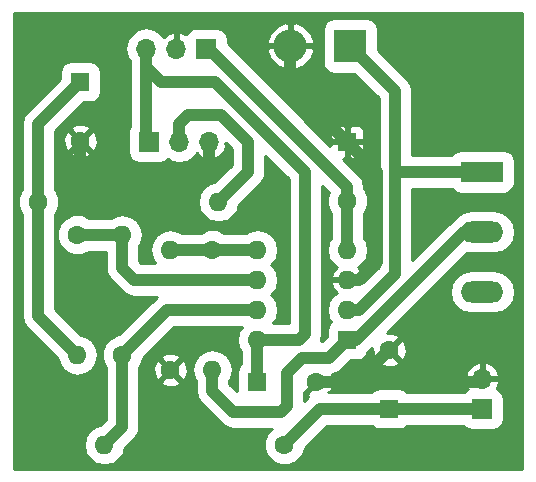
<source format=gbr>
G04 #@! TF.FileFunction,Copper,L2,Bot,Signal*
%FSLAX46Y46*%
G04 Gerber Fmt 4.6, Leading zero omitted, Abs format (unit mm)*
G04 Created by KiCad (PCBNEW 4.0.7) date 05/16/22 10:03:27*
%MOMM*%
%LPD*%
G01*
G04 APERTURE LIST*
%ADD10C,0.100000*%
%ADD11R,1.600000X1.600000*%
%ADD12C,1.600000*%
%ADD13R,2.800000X2.800000*%
%ADD14O,2.800000X2.800000*%
%ADD15R,1.700000X1.700000*%
%ADD16O,1.700000X1.700000*%
%ADD17R,3.600000X1.800000*%
%ADD18O,3.600000X1.800000*%
%ADD19O,1.600000X1.600000*%
%ADD20C,1.000000*%
%ADD21C,0.254000*%
G04 APERTURE END LIST*
D10*
D11*
X185166000Y-61214000D03*
D12*
X185166000Y-66214000D03*
D11*
X200152000Y-86614000D03*
D12*
X205152000Y-86614000D03*
D11*
X207772000Y-66294000D03*
D12*
X207772000Y-71294000D03*
D11*
X211328000Y-88900000D03*
D12*
X211328000Y-83900000D03*
D13*
X208026000Y-58166000D03*
D14*
X202946000Y-58166000D03*
D15*
X191008000Y-66294000D03*
D16*
X193548000Y-66294000D03*
X196088000Y-66294000D03*
D15*
X195834000Y-58420000D03*
D16*
X193294000Y-58420000D03*
X190754000Y-58420000D03*
D15*
X219202000Y-88900000D03*
D16*
X219202000Y-86360000D03*
D17*
X219202000Y-68834000D03*
D18*
X219202000Y-73914000D03*
X219202000Y-78994000D03*
D12*
X181610000Y-71374000D03*
D19*
X196850000Y-71374000D03*
D12*
X184912000Y-74168000D03*
D19*
X184912000Y-84328000D03*
D12*
X196342000Y-75438000D03*
D19*
X196342000Y-85598000D03*
D12*
X192786000Y-85598000D03*
D19*
X192786000Y-75438000D03*
D12*
X188722000Y-84328000D03*
D19*
X188722000Y-74168000D03*
D12*
X202438000Y-91948000D03*
D19*
X187198000Y-91948000D03*
D11*
X207772000Y-83058000D03*
D19*
X200152000Y-75438000D03*
X207772000Y-80518000D03*
X200152000Y-77978000D03*
X207772000Y-77978000D03*
X200152000Y-80518000D03*
X207772000Y-75438000D03*
X200152000Y-83058000D03*
D20*
X196088000Y-66294000D02*
X196088000Y-68326000D01*
X185166000Y-68326000D02*
X185166000Y-66214000D01*
X186690000Y-69850000D02*
X185166000Y-68326000D01*
X194564000Y-69850000D02*
X186690000Y-69850000D01*
X196088000Y-68326000D02*
X194564000Y-69850000D01*
X208614000Y-86614000D02*
X218948000Y-86614000D01*
X218948000Y-86614000D02*
X219202000Y-86360000D01*
X205152000Y-86614000D02*
X208614000Y-86614000D01*
X208614000Y-86614000D02*
X211328000Y-83900000D01*
X202946000Y-58166000D02*
X202946000Y-61468000D01*
X202946000Y-61468000D02*
X207772000Y-66294000D01*
X207772000Y-77978000D02*
X208788000Y-77978000D01*
X210312000Y-68834000D02*
X207772000Y-66294000D01*
X210312000Y-76454000D02*
X210312000Y-68834000D01*
X208788000Y-77978000D02*
X210312000Y-76454000D01*
X181610000Y-71374000D02*
X181610000Y-64770000D01*
X181610000Y-64770000D02*
X185166000Y-61214000D01*
X181610000Y-71374000D02*
X181610000Y-81026000D01*
X181610000Y-81026000D02*
X184912000Y-84328000D01*
X200152000Y-83058000D02*
X200152000Y-86614000D01*
X190754000Y-58420000D02*
X190754000Y-66040000D01*
X190754000Y-66040000D02*
X191008000Y-66294000D01*
X200152000Y-83058000D02*
X203708000Y-83058000D01*
X203708000Y-83058000D02*
X204216000Y-82550000D01*
X190754000Y-58420000D02*
X190754000Y-59944000D01*
X204216000Y-68834000D02*
X204216000Y-82550000D01*
X196596000Y-61214000D02*
X204216000Y-68834000D01*
X192024000Y-61214000D02*
X196596000Y-61214000D01*
X190754000Y-59944000D02*
X192024000Y-61214000D01*
X191008000Y-58674000D02*
X190754000Y-58420000D01*
X207772000Y-71294000D02*
X207772000Y-75438000D01*
X207772000Y-71294000D02*
X207772000Y-70104000D01*
X207772000Y-70104000D02*
X196088000Y-58420000D01*
X196088000Y-58420000D02*
X195834000Y-58420000D01*
X219202000Y-88900000D02*
X211328000Y-88900000D01*
X211328000Y-88900000D02*
X205486000Y-88900000D01*
X205486000Y-88900000D02*
X202438000Y-91948000D01*
X211836000Y-68834000D02*
X219202000Y-68834000D01*
X207772000Y-80518000D02*
X208788000Y-80518000D01*
X211836000Y-61976000D02*
X208026000Y-58166000D01*
X211836000Y-77470000D02*
X211836000Y-68834000D01*
X211836000Y-68834000D02*
X211836000Y-61976000D01*
X208788000Y-80518000D02*
X211836000Y-77470000D01*
X196342000Y-85598000D02*
X196342000Y-87376000D01*
X206248000Y-84582000D02*
X207772000Y-83058000D01*
X203962000Y-84582000D02*
X206248000Y-84582000D01*
X202692000Y-85852000D02*
X203962000Y-84582000D01*
X202692000Y-88646000D02*
X202692000Y-85852000D01*
X202184000Y-89154000D02*
X202692000Y-88646000D01*
X198120000Y-89154000D02*
X202184000Y-89154000D01*
X196342000Y-87376000D02*
X198120000Y-89154000D01*
X207772000Y-83058000D02*
X208534000Y-83058000D01*
X208534000Y-83058000D02*
X217678000Y-73914000D01*
X217678000Y-73914000D02*
X219202000Y-73914000D01*
X184912000Y-74168000D02*
X188722000Y-74168000D01*
X200152000Y-77978000D02*
X189738000Y-77978000D01*
X188722000Y-76962000D02*
X188722000Y-74168000D01*
X189738000Y-77978000D02*
X188722000Y-76962000D01*
X200152000Y-75438000D02*
X196342000Y-75438000D01*
X196342000Y-75438000D02*
X192786000Y-75438000D01*
X188722000Y-84328000D02*
X188722000Y-90424000D01*
X188722000Y-90424000D02*
X187198000Y-91948000D01*
X200152000Y-80518000D02*
X192532000Y-80518000D01*
X192532000Y-80518000D02*
X188722000Y-84328000D01*
X193548000Y-66294000D02*
X193548000Y-64770000D01*
X199390000Y-68834000D02*
X196850000Y-71374000D01*
X199390000Y-66294000D02*
X199390000Y-68834000D01*
X197104000Y-64008000D02*
X199390000Y-66294000D01*
X194310000Y-64008000D02*
X197104000Y-64008000D01*
X193548000Y-64770000D02*
X194310000Y-64008000D01*
D21*
G36*
X222518000Y-93994000D02*
X179564000Y-93994000D01*
X179564000Y-71716014D01*
X179882701Y-71716014D01*
X180145067Y-72350989D01*
X180183000Y-72388988D01*
X180183000Y-81026000D01*
X180282663Y-81527041D01*
X180291624Y-81572089D01*
X180600959Y-82035041D01*
X183248876Y-84682958D01*
X183316460Y-85022728D01*
X183690827Y-85583007D01*
X184251106Y-85957374D01*
X184912000Y-86088834D01*
X185572894Y-85957374D01*
X186133173Y-85583007D01*
X186507540Y-85022728D01*
X186639000Y-84361834D01*
X186639000Y-84294166D01*
X186507540Y-83633272D01*
X186133173Y-83072993D01*
X185572894Y-82698626D01*
X185233124Y-82631042D01*
X183037000Y-80434918D01*
X183037000Y-74510014D01*
X183184701Y-74510014D01*
X183447067Y-75144989D01*
X183932456Y-75631226D01*
X184566971Y-75894700D01*
X185254014Y-75895299D01*
X185888989Y-75632933D01*
X185926988Y-75595000D01*
X187295000Y-75595000D01*
X187295000Y-76962000D01*
X187365635Y-77317106D01*
X187403624Y-77508089D01*
X187712959Y-77971041D01*
X188728959Y-78987041D01*
X189191911Y-79296376D01*
X189738000Y-79405000D01*
X191678543Y-79405000D01*
X191522959Y-79508958D01*
X188431172Y-82600746D01*
X188379986Y-82600701D01*
X187745011Y-82863067D01*
X187258774Y-83348456D01*
X186995300Y-83982971D01*
X186994701Y-84670014D01*
X187257067Y-85304989D01*
X187295000Y-85342988D01*
X187295000Y-89832917D01*
X186843042Y-90284876D01*
X186503272Y-90352460D01*
X185942993Y-90726827D01*
X185568626Y-91287106D01*
X185437166Y-91948000D01*
X185568626Y-92608894D01*
X185942993Y-93169173D01*
X186503272Y-93543540D01*
X187164166Y-93675000D01*
X187231834Y-93675000D01*
X187892728Y-93543540D01*
X188453007Y-93169173D01*
X188827374Y-92608894D01*
X188894958Y-92269124D01*
X189731041Y-91433042D01*
X190040376Y-90970090D01*
X190088764Y-90726827D01*
X190149000Y-90424000D01*
X190149000Y-86605745D01*
X191957861Y-86605745D01*
X192031995Y-86851864D01*
X192569223Y-87044965D01*
X193139454Y-87017778D01*
X193540005Y-86851864D01*
X193614139Y-86605745D01*
X192786000Y-85777605D01*
X191957861Y-86605745D01*
X190149000Y-86605745D01*
X190149000Y-85381223D01*
X191339035Y-85381223D01*
X191366222Y-85951454D01*
X191532136Y-86352005D01*
X191778255Y-86426139D01*
X192606395Y-85598000D01*
X192965605Y-85598000D01*
X193793745Y-86426139D01*
X194039864Y-86352005D01*
X194232965Y-85814777D01*
X194205778Y-85244546D01*
X194039864Y-84843995D01*
X193793745Y-84769861D01*
X192965605Y-85598000D01*
X192606395Y-85598000D01*
X191778255Y-84769861D01*
X191532136Y-84843995D01*
X191339035Y-85381223D01*
X190149000Y-85381223D01*
X190149000Y-85343707D01*
X190185226Y-85307544D01*
X190448700Y-84673029D01*
X190448747Y-84619335D01*
X190477827Y-84590255D01*
X191957861Y-84590255D01*
X192786000Y-85418395D01*
X193614139Y-84590255D01*
X193540005Y-84344136D01*
X193002777Y-84151035D01*
X192432546Y-84178222D01*
X192031995Y-84344136D01*
X191957861Y-84590255D01*
X190477827Y-84590255D01*
X193123083Y-81945000D01*
X198824714Y-81945000D01*
X198522626Y-82397106D01*
X198391166Y-83058000D01*
X198522626Y-83718894D01*
X198725000Y-84021768D01*
X198725000Y-85115888D01*
X198692967Y-85136501D01*
X198481304Y-85446279D01*
X198406839Y-85814000D01*
X198406839Y-87414000D01*
X198408869Y-87424786D01*
X197769000Y-86784918D01*
X197769000Y-86544966D01*
X197937540Y-86292728D01*
X198069000Y-85631834D01*
X198069000Y-85564166D01*
X197937540Y-84903272D01*
X197563173Y-84342993D01*
X197002894Y-83968626D01*
X196342000Y-83837166D01*
X195681106Y-83968626D01*
X195120827Y-84342993D01*
X194746460Y-84903272D01*
X194615000Y-85564166D01*
X194615000Y-85631834D01*
X194746460Y-86292728D01*
X194915000Y-86544966D01*
X194915000Y-87376000D01*
X194995703Y-87781721D01*
X195023624Y-87922089D01*
X195332959Y-88385041D01*
X197110959Y-90163042D01*
X197573911Y-90472376D01*
X198120000Y-90581000D01*
X201362907Y-90581000D01*
X200974774Y-90968456D01*
X200711300Y-91602971D01*
X200710701Y-92290014D01*
X200973067Y-92924989D01*
X201458456Y-93411226D01*
X202092971Y-93674700D01*
X202780014Y-93675299D01*
X203414989Y-93412933D01*
X203901226Y-92927544D01*
X204164700Y-92293029D01*
X204164747Y-92239335D01*
X206077082Y-90327000D01*
X209829888Y-90327000D01*
X209850501Y-90359033D01*
X210160279Y-90570696D01*
X210528000Y-90645161D01*
X212128000Y-90645161D01*
X212471526Y-90580522D01*
X212787033Y-90377499D01*
X212821538Y-90327000D01*
X217621714Y-90327000D01*
X217674501Y-90409033D01*
X217984279Y-90620696D01*
X218352000Y-90695161D01*
X220052000Y-90695161D01*
X220395526Y-90630522D01*
X220711033Y-90427499D01*
X220922696Y-90117721D01*
X220997161Y-89750000D01*
X220997161Y-88050000D01*
X220932522Y-87706474D01*
X220729499Y-87390967D01*
X220423535Y-87181910D01*
X220473645Y-87126924D01*
X220643476Y-86716890D01*
X220522155Y-86487000D01*
X219329000Y-86487000D01*
X219329000Y-86507000D01*
X219075000Y-86507000D01*
X219075000Y-86487000D01*
X217881845Y-86487000D01*
X217760524Y-86716890D01*
X217930355Y-87126924D01*
X217983677Y-87185434D01*
X217692967Y-87372501D01*
X217624299Y-87473000D01*
X212826112Y-87473000D01*
X212805499Y-87440967D01*
X212495721Y-87229304D01*
X212128000Y-87154839D01*
X210528000Y-87154839D01*
X210184474Y-87219478D01*
X209868967Y-87422501D01*
X209834462Y-87473000D01*
X206190608Y-87473000D01*
X206159747Y-87442139D01*
X206405864Y-87368005D01*
X206598965Y-86830777D01*
X206571778Y-86260546D01*
X206465145Y-86003110D01*
X217760524Y-86003110D01*
X217881845Y-86233000D01*
X219075000Y-86233000D01*
X219075000Y-85039181D01*
X219329000Y-85039181D01*
X219329000Y-86233000D01*
X220522155Y-86233000D01*
X220643476Y-86003110D01*
X220473645Y-85593076D01*
X220083358Y-85164817D01*
X219558892Y-84918514D01*
X219329000Y-85039181D01*
X219075000Y-85039181D01*
X218845108Y-84918514D01*
X218320642Y-85164817D01*
X217930355Y-85593076D01*
X217760524Y-86003110D01*
X206465145Y-86003110D01*
X206450869Y-85968647D01*
X206794089Y-85900376D01*
X207257041Y-85591041D01*
X207940337Y-84907745D01*
X210499861Y-84907745D01*
X210573995Y-85153864D01*
X211111223Y-85346965D01*
X211681454Y-85319778D01*
X212082005Y-85153864D01*
X212156139Y-84907745D01*
X211328000Y-84079605D01*
X210499861Y-84907745D01*
X207940337Y-84907745D01*
X208044922Y-84803161D01*
X208572000Y-84803161D01*
X208915526Y-84738522D01*
X209231033Y-84535499D01*
X209442696Y-84225721D01*
X209464155Y-84119751D01*
X209543041Y-84067041D01*
X209883120Y-83726962D01*
X209908222Y-84253454D01*
X210074136Y-84654005D01*
X210320255Y-84728139D01*
X211148395Y-83900000D01*
X211507605Y-83900000D01*
X212335745Y-84728139D01*
X212581864Y-84654005D01*
X212774965Y-84116777D01*
X212747778Y-83546546D01*
X212581864Y-83145995D01*
X212335745Y-83071861D01*
X211507605Y-83900000D01*
X211148395Y-83900000D01*
X211134252Y-83885858D01*
X211313858Y-83706252D01*
X211328000Y-83720395D01*
X212156139Y-82892255D01*
X212082005Y-82646136D01*
X211544777Y-82453035D01*
X211137636Y-82472446D01*
X214616082Y-78994000D01*
X216421575Y-78994000D01*
X216560647Y-79693163D01*
X216956691Y-80285884D01*
X217549412Y-80681928D01*
X218248575Y-80821000D01*
X220155425Y-80821000D01*
X220854588Y-80681928D01*
X221447309Y-80285884D01*
X221843353Y-79693163D01*
X221982425Y-78994000D01*
X221843353Y-78294837D01*
X221447309Y-77702116D01*
X220854588Y-77306072D01*
X220155425Y-77167000D01*
X218248575Y-77167000D01*
X217549412Y-77306072D01*
X216956691Y-77702116D01*
X216560647Y-78294837D01*
X216421575Y-78994000D01*
X214616082Y-78994000D01*
X217932045Y-75678038D01*
X218248575Y-75741000D01*
X220155425Y-75741000D01*
X220854588Y-75601928D01*
X221447309Y-75205884D01*
X221843353Y-74613163D01*
X221982425Y-73914000D01*
X221843353Y-73214837D01*
X221447309Y-72622116D01*
X220854588Y-72226072D01*
X220155425Y-72087000D01*
X218248575Y-72087000D01*
X217549412Y-72226072D01*
X216956691Y-72622116D01*
X216847344Y-72785765D01*
X216668959Y-72904958D01*
X213263000Y-76310917D01*
X213263000Y-70261000D01*
X216639540Y-70261000D01*
X216724501Y-70393033D01*
X217034279Y-70604696D01*
X217402000Y-70679161D01*
X221002000Y-70679161D01*
X221345526Y-70614522D01*
X221661033Y-70411499D01*
X221872696Y-70101721D01*
X221947161Y-69734000D01*
X221947161Y-67934000D01*
X221882522Y-67590474D01*
X221679499Y-67274967D01*
X221369721Y-67063304D01*
X221002000Y-66988839D01*
X217402000Y-66988839D01*
X217058474Y-67053478D01*
X216742967Y-67256501D01*
X216640135Y-67407000D01*
X213263000Y-67407000D01*
X213263000Y-61976000D01*
X213154376Y-61429911D01*
X213010109Y-61214000D01*
X212845042Y-60966959D01*
X210371161Y-58493079D01*
X210371161Y-56766000D01*
X210306522Y-56422474D01*
X210103499Y-56106967D01*
X209793721Y-55895304D01*
X209426000Y-55820839D01*
X206626000Y-55820839D01*
X206282474Y-55885478D01*
X205966967Y-56088501D01*
X205755304Y-56398279D01*
X205680839Y-56766000D01*
X205680839Y-59566000D01*
X205745478Y-59909526D01*
X205948501Y-60225033D01*
X206258279Y-60436696D01*
X206626000Y-60511161D01*
X208353079Y-60511161D01*
X210409000Y-62567083D01*
X210409000Y-76878918D01*
X209091913Y-78196005D01*
X209041915Y-78105000D01*
X207899000Y-78105000D01*
X207899000Y-78125000D01*
X207645000Y-78125000D01*
X207645000Y-78105000D01*
X206502085Y-78105000D01*
X206380096Y-78327039D01*
X206540959Y-78715423D01*
X206860013Y-79067628D01*
X206516993Y-79296827D01*
X206142626Y-79857106D01*
X206011166Y-80518000D01*
X206142626Y-81178894D01*
X206381504Y-81536399D01*
X206312967Y-81580501D01*
X206101304Y-81890279D01*
X206026839Y-82258000D01*
X206026839Y-82785078D01*
X205656918Y-83155000D01*
X205495013Y-83155000D01*
X205534375Y-83096090D01*
X205534376Y-83096089D01*
X205643000Y-82550000D01*
X205643000Y-69993083D01*
X206207725Y-70557808D01*
X206045300Y-70948971D01*
X206044701Y-71636014D01*
X206307067Y-72270989D01*
X206345000Y-72308988D01*
X206345000Y-74474232D01*
X206142626Y-74777106D01*
X206011166Y-75438000D01*
X206142626Y-76098894D01*
X206516993Y-76659173D01*
X206860013Y-76888372D01*
X206540959Y-77240577D01*
X206380096Y-77628961D01*
X206502085Y-77851000D01*
X207645000Y-77851000D01*
X207645000Y-77831000D01*
X207899000Y-77831000D01*
X207899000Y-77851000D01*
X209041915Y-77851000D01*
X209163904Y-77628961D01*
X209003041Y-77240577D01*
X208683987Y-76888372D01*
X209027007Y-76659173D01*
X209401374Y-76098894D01*
X209532834Y-75438000D01*
X209401374Y-74777106D01*
X209199000Y-74474232D01*
X209199000Y-72309707D01*
X209235226Y-72273544D01*
X209498700Y-71639029D01*
X209499299Y-70951986D01*
X209236933Y-70317011D01*
X209199000Y-70279012D01*
X209199000Y-70104000D01*
X209092244Y-69567300D01*
X209090376Y-69557910D01*
X208781041Y-69094958D01*
X207415083Y-67729000D01*
X207486250Y-67729000D01*
X207645000Y-67570250D01*
X207645000Y-66421000D01*
X207899000Y-66421000D01*
X207899000Y-67570250D01*
X208057750Y-67729000D01*
X208698310Y-67729000D01*
X208931699Y-67632327D01*
X209110327Y-67453698D01*
X209207000Y-67220309D01*
X209207000Y-66579750D01*
X209048250Y-66421000D01*
X207899000Y-66421000D01*
X207645000Y-66421000D01*
X206495750Y-66421000D01*
X206337000Y-66579750D01*
X206337000Y-66650917D01*
X205053774Y-65367691D01*
X206337000Y-65367691D01*
X206337000Y-66008250D01*
X206495750Y-66167000D01*
X207645000Y-66167000D01*
X207645000Y-65017750D01*
X207899000Y-65017750D01*
X207899000Y-66167000D01*
X209048250Y-66167000D01*
X209207000Y-66008250D01*
X209207000Y-65367691D01*
X209110327Y-65134302D01*
X208931699Y-64955673D01*
X208698310Y-64859000D01*
X208057750Y-64859000D01*
X207899000Y-65017750D01*
X207645000Y-65017750D01*
X207486250Y-64859000D01*
X206845690Y-64859000D01*
X206612301Y-64955673D01*
X206433673Y-65134302D01*
X206337000Y-65367691D01*
X205053774Y-65367691D01*
X198295243Y-58609160D01*
X200959840Y-58609160D01*
X201228205Y-59257070D01*
X201776499Y-59831389D01*
X202502839Y-60152167D01*
X202819000Y-60038290D01*
X202819000Y-58293000D01*
X203073000Y-58293000D01*
X203073000Y-60038290D01*
X203389161Y-60152167D01*
X204115501Y-59831389D01*
X204663795Y-59257070D01*
X204932160Y-58609160D01*
X204817947Y-58293000D01*
X203073000Y-58293000D01*
X202819000Y-58293000D01*
X201074053Y-58293000D01*
X200959840Y-58609160D01*
X198295243Y-58609160D01*
X197629161Y-57943079D01*
X197629161Y-57722840D01*
X200959840Y-57722840D01*
X201074053Y-58039000D01*
X202819000Y-58039000D01*
X202819000Y-56293710D01*
X203073000Y-56293710D01*
X203073000Y-58039000D01*
X204817947Y-58039000D01*
X204932160Y-57722840D01*
X204663795Y-57074930D01*
X204115501Y-56500611D01*
X203389161Y-56179833D01*
X203073000Y-56293710D01*
X202819000Y-56293710D01*
X202502839Y-56179833D01*
X201776499Y-56500611D01*
X201228205Y-57074930D01*
X200959840Y-57722840D01*
X197629161Y-57722840D01*
X197629161Y-57570000D01*
X197564522Y-57226474D01*
X197361499Y-56910967D01*
X197051721Y-56699304D01*
X196684000Y-56624839D01*
X194984000Y-56624839D01*
X194640474Y-56689478D01*
X194324967Y-56892501D01*
X194115910Y-57198465D01*
X194060924Y-57148355D01*
X193650890Y-56978524D01*
X193421000Y-57099845D01*
X193421000Y-58293000D01*
X193441000Y-58293000D01*
X193441000Y-58547000D01*
X193421000Y-58547000D01*
X193421000Y-58567000D01*
X193167000Y-58567000D01*
X193167000Y-58547000D01*
X193147000Y-58547000D01*
X193147000Y-58293000D01*
X193167000Y-58293000D01*
X193167000Y-57099845D01*
X192937110Y-56978524D01*
X192527076Y-57148355D01*
X192214207Y-57433484D01*
X192010529Y-57128658D01*
X191434028Y-56743453D01*
X190754000Y-56608187D01*
X190073972Y-56743453D01*
X189497471Y-57128658D01*
X189112266Y-57705159D01*
X188977000Y-58385187D01*
X188977000Y-58454813D01*
X189112266Y-59134841D01*
X189327000Y-59456214D01*
X189327000Y-65018182D01*
X189287304Y-65076279D01*
X189212839Y-65444000D01*
X189212839Y-67144000D01*
X189277478Y-67487526D01*
X189480501Y-67803033D01*
X189790279Y-68014696D01*
X190158000Y-68089161D01*
X191858000Y-68089161D01*
X192201526Y-68024522D01*
X192517033Y-67821499D01*
X192557114Y-67762839D01*
X192867972Y-67970547D01*
X193548000Y-68105813D01*
X194228028Y-67970547D01*
X194804529Y-67585342D01*
X195008207Y-67280516D01*
X195321076Y-67565645D01*
X195731110Y-67735476D01*
X195961000Y-67614155D01*
X195961000Y-66421000D01*
X195941000Y-66421000D01*
X195941000Y-66167000D01*
X195961000Y-66167000D01*
X195961000Y-66147000D01*
X196215000Y-66147000D01*
X196215000Y-66167000D01*
X196235000Y-66167000D01*
X196235000Y-66421000D01*
X196215000Y-66421000D01*
X196215000Y-67614155D01*
X196444890Y-67735476D01*
X196854924Y-67565645D01*
X197283183Y-67175358D01*
X197529486Y-66650892D01*
X197408820Y-66421002D01*
X197498919Y-66421002D01*
X197963000Y-66885083D01*
X197963000Y-68242917D01*
X196495042Y-69710875D01*
X196155272Y-69778460D01*
X195594993Y-70152827D01*
X195220626Y-70713106D01*
X195089166Y-71374000D01*
X195220626Y-72034894D01*
X195594993Y-72595173D01*
X196155272Y-72969540D01*
X196816166Y-73101000D01*
X196883834Y-73101000D01*
X197544728Y-72969540D01*
X198105007Y-72595173D01*
X198479374Y-72034894D01*
X198546959Y-71695124D01*
X200399041Y-69843042D01*
X200708376Y-69380090D01*
X200765092Y-69094958D01*
X200817000Y-68834000D01*
X200817000Y-67453083D01*
X202789000Y-69425083D01*
X202789000Y-81631000D01*
X201479286Y-81631000D01*
X201781374Y-81178894D01*
X201912834Y-80518000D01*
X201781374Y-79857106D01*
X201407007Y-79296827D01*
X201333932Y-79248000D01*
X201407007Y-79199173D01*
X201781374Y-78638894D01*
X201912834Y-77978000D01*
X201781374Y-77317106D01*
X201407007Y-76756827D01*
X201333932Y-76708000D01*
X201407007Y-76659173D01*
X201781374Y-76098894D01*
X201912834Y-75438000D01*
X201781374Y-74777106D01*
X201407007Y-74216827D01*
X200846728Y-73842460D01*
X200185834Y-73711000D01*
X200118166Y-73711000D01*
X199457272Y-73842460D01*
X199205034Y-74011000D01*
X197357707Y-74011000D01*
X197321544Y-73974774D01*
X196687029Y-73711300D01*
X195999986Y-73710701D01*
X195365011Y-73973067D01*
X195327012Y-74011000D01*
X193749768Y-74011000D01*
X193446894Y-73808626D01*
X192786000Y-73677166D01*
X192125106Y-73808626D01*
X191564827Y-74182993D01*
X191190460Y-74743272D01*
X191059000Y-75404166D01*
X191059000Y-75471834D01*
X191190460Y-76132728D01*
X191469941Y-76551000D01*
X190329082Y-76551000D01*
X190149000Y-76370918D01*
X190149000Y-75114966D01*
X190317540Y-74862728D01*
X190449000Y-74201834D01*
X190449000Y-74134166D01*
X190317540Y-73473272D01*
X189943173Y-72912993D01*
X189382894Y-72538626D01*
X188722000Y-72407166D01*
X188061106Y-72538626D01*
X187758232Y-72741000D01*
X185927707Y-72741000D01*
X185891544Y-72704774D01*
X185257029Y-72441300D01*
X184569986Y-72440701D01*
X183935011Y-72703067D01*
X183448774Y-73188456D01*
X183185300Y-73822971D01*
X183184701Y-74510014D01*
X183037000Y-74510014D01*
X183037000Y-72389707D01*
X183073226Y-72353544D01*
X183336700Y-71719029D01*
X183337299Y-71031986D01*
X183074933Y-70397011D01*
X183037000Y-70359012D01*
X183037000Y-67221745D01*
X184337861Y-67221745D01*
X184411995Y-67467864D01*
X184949223Y-67660965D01*
X185519454Y-67633778D01*
X185920005Y-67467864D01*
X185994139Y-67221745D01*
X185166000Y-66393605D01*
X184337861Y-67221745D01*
X183037000Y-67221745D01*
X183037000Y-65997223D01*
X183719035Y-65997223D01*
X183746222Y-66567454D01*
X183912136Y-66968005D01*
X184158255Y-67042139D01*
X184986395Y-66214000D01*
X185345605Y-66214000D01*
X186173745Y-67042139D01*
X186419864Y-66968005D01*
X186612965Y-66430777D01*
X186585778Y-65860546D01*
X186419864Y-65459995D01*
X186173745Y-65385861D01*
X185345605Y-66214000D01*
X184986395Y-66214000D01*
X184158255Y-65385861D01*
X183912136Y-65459995D01*
X183719035Y-65997223D01*
X183037000Y-65997223D01*
X183037000Y-65361082D01*
X183191827Y-65206255D01*
X184337861Y-65206255D01*
X185166000Y-66034395D01*
X185994139Y-65206255D01*
X185920005Y-64960136D01*
X185382777Y-64767035D01*
X184812546Y-64794222D01*
X184411995Y-64960136D01*
X184337861Y-65206255D01*
X183191827Y-65206255D01*
X185438922Y-62959161D01*
X185966000Y-62959161D01*
X186309526Y-62894522D01*
X186625033Y-62691499D01*
X186836696Y-62381721D01*
X186911161Y-62014000D01*
X186911161Y-60414000D01*
X186846522Y-60070474D01*
X186643499Y-59754967D01*
X186333721Y-59543304D01*
X185966000Y-59468839D01*
X184366000Y-59468839D01*
X184022474Y-59533478D01*
X183706967Y-59736501D01*
X183495304Y-60046279D01*
X183420839Y-60414000D01*
X183420839Y-60941078D01*
X180600959Y-63760959D01*
X180291624Y-64223911D01*
X180183000Y-64770000D01*
X180183000Y-70358293D01*
X180146774Y-70394456D01*
X179883300Y-71028971D01*
X179882701Y-71716014D01*
X179564000Y-71716014D01*
X179564000Y-55358000D01*
X222518000Y-55358000D01*
X222518000Y-93994000D01*
X222518000Y-93994000D01*
G37*
X222518000Y-93994000D02*
X179564000Y-93994000D01*
X179564000Y-71716014D01*
X179882701Y-71716014D01*
X180145067Y-72350989D01*
X180183000Y-72388988D01*
X180183000Y-81026000D01*
X180282663Y-81527041D01*
X180291624Y-81572089D01*
X180600959Y-82035041D01*
X183248876Y-84682958D01*
X183316460Y-85022728D01*
X183690827Y-85583007D01*
X184251106Y-85957374D01*
X184912000Y-86088834D01*
X185572894Y-85957374D01*
X186133173Y-85583007D01*
X186507540Y-85022728D01*
X186639000Y-84361834D01*
X186639000Y-84294166D01*
X186507540Y-83633272D01*
X186133173Y-83072993D01*
X185572894Y-82698626D01*
X185233124Y-82631042D01*
X183037000Y-80434918D01*
X183037000Y-74510014D01*
X183184701Y-74510014D01*
X183447067Y-75144989D01*
X183932456Y-75631226D01*
X184566971Y-75894700D01*
X185254014Y-75895299D01*
X185888989Y-75632933D01*
X185926988Y-75595000D01*
X187295000Y-75595000D01*
X187295000Y-76962000D01*
X187365635Y-77317106D01*
X187403624Y-77508089D01*
X187712959Y-77971041D01*
X188728959Y-78987041D01*
X189191911Y-79296376D01*
X189738000Y-79405000D01*
X191678543Y-79405000D01*
X191522959Y-79508958D01*
X188431172Y-82600746D01*
X188379986Y-82600701D01*
X187745011Y-82863067D01*
X187258774Y-83348456D01*
X186995300Y-83982971D01*
X186994701Y-84670014D01*
X187257067Y-85304989D01*
X187295000Y-85342988D01*
X187295000Y-89832917D01*
X186843042Y-90284876D01*
X186503272Y-90352460D01*
X185942993Y-90726827D01*
X185568626Y-91287106D01*
X185437166Y-91948000D01*
X185568626Y-92608894D01*
X185942993Y-93169173D01*
X186503272Y-93543540D01*
X187164166Y-93675000D01*
X187231834Y-93675000D01*
X187892728Y-93543540D01*
X188453007Y-93169173D01*
X188827374Y-92608894D01*
X188894958Y-92269124D01*
X189731041Y-91433042D01*
X190040376Y-90970090D01*
X190088764Y-90726827D01*
X190149000Y-90424000D01*
X190149000Y-86605745D01*
X191957861Y-86605745D01*
X192031995Y-86851864D01*
X192569223Y-87044965D01*
X193139454Y-87017778D01*
X193540005Y-86851864D01*
X193614139Y-86605745D01*
X192786000Y-85777605D01*
X191957861Y-86605745D01*
X190149000Y-86605745D01*
X190149000Y-85381223D01*
X191339035Y-85381223D01*
X191366222Y-85951454D01*
X191532136Y-86352005D01*
X191778255Y-86426139D01*
X192606395Y-85598000D01*
X192965605Y-85598000D01*
X193793745Y-86426139D01*
X194039864Y-86352005D01*
X194232965Y-85814777D01*
X194205778Y-85244546D01*
X194039864Y-84843995D01*
X193793745Y-84769861D01*
X192965605Y-85598000D01*
X192606395Y-85598000D01*
X191778255Y-84769861D01*
X191532136Y-84843995D01*
X191339035Y-85381223D01*
X190149000Y-85381223D01*
X190149000Y-85343707D01*
X190185226Y-85307544D01*
X190448700Y-84673029D01*
X190448747Y-84619335D01*
X190477827Y-84590255D01*
X191957861Y-84590255D01*
X192786000Y-85418395D01*
X193614139Y-84590255D01*
X193540005Y-84344136D01*
X193002777Y-84151035D01*
X192432546Y-84178222D01*
X192031995Y-84344136D01*
X191957861Y-84590255D01*
X190477827Y-84590255D01*
X193123083Y-81945000D01*
X198824714Y-81945000D01*
X198522626Y-82397106D01*
X198391166Y-83058000D01*
X198522626Y-83718894D01*
X198725000Y-84021768D01*
X198725000Y-85115888D01*
X198692967Y-85136501D01*
X198481304Y-85446279D01*
X198406839Y-85814000D01*
X198406839Y-87414000D01*
X198408869Y-87424786D01*
X197769000Y-86784918D01*
X197769000Y-86544966D01*
X197937540Y-86292728D01*
X198069000Y-85631834D01*
X198069000Y-85564166D01*
X197937540Y-84903272D01*
X197563173Y-84342993D01*
X197002894Y-83968626D01*
X196342000Y-83837166D01*
X195681106Y-83968626D01*
X195120827Y-84342993D01*
X194746460Y-84903272D01*
X194615000Y-85564166D01*
X194615000Y-85631834D01*
X194746460Y-86292728D01*
X194915000Y-86544966D01*
X194915000Y-87376000D01*
X194995703Y-87781721D01*
X195023624Y-87922089D01*
X195332959Y-88385041D01*
X197110959Y-90163042D01*
X197573911Y-90472376D01*
X198120000Y-90581000D01*
X201362907Y-90581000D01*
X200974774Y-90968456D01*
X200711300Y-91602971D01*
X200710701Y-92290014D01*
X200973067Y-92924989D01*
X201458456Y-93411226D01*
X202092971Y-93674700D01*
X202780014Y-93675299D01*
X203414989Y-93412933D01*
X203901226Y-92927544D01*
X204164700Y-92293029D01*
X204164747Y-92239335D01*
X206077082Y-90327000D01*
X209829888Y-90327000D01*
X209850501Y-90359033D01*
X210160279Y-90570696D01*
X210528000Y-90645161D01*
X212128000Y-90645161D01*
X212471526Y-90580522D01*
X212787033Y-90377499D01*
X212821538Y-90327000D01*
X217621714Y-90327000D01*
X217674501Y-90409033D01*
X217984279Y-90620696D01*
X218352000Y-90695161D01*
X220052000Y-90695161D01*
X220395526Y-90630522D01*
X220711033Y-90427499D01*
X220922696Y-90117721D01*
X220997161Y-89750000D01*
X220997161Y-88050000D01*
X220932522Y-87706474D01*
X220729499Y-87390967D01*
X220423535Y-87181910D01*
X220473645Y-87126924D01*
X220643476Y-86716890D01*
X220522155Y-86487000D01*
X219329000Y-86487000D01*
X219329000Y-86507000D01*
X219075000Y-86507000D01*
X219075000Y-86487000D01*
X217881845Y-86487000D01*
X217760524Y-86716890D01*
X217930355Y-87126924D01*
X217983677Y-87185434D01*
X217692967Y-87372501D01*
X217624299Y-87473000D01*
X212826112Y-87473000D01*
X212805499Y-87440967D01*
X212495721Y-87229304D01*
X212128000Y-87154839D01*
X210528000Y-87154839D01*
X210184474Y-87219478D01*
X209868967Y-87422501D01*
X209834462Y-87473000D01*
X206190608Y-87473000D01*
X206159747Y-87442139D01*
X206405864Y-87368005D01*
X206598965Y-86830777D01*
X206571778Y-86260546D01*
X206465145Y-86003110D01*
X217760524Y-86003110D01*
X217881845Y-86233000D01*
X219075000Y-86233000D01*
X219075000Y-85039181D01*
X219329000Y-85039181D01*
X219329000Y-86233000D01*
X220522155Y-86233000D01*
X220643476Y-86003110D01*
X220473645Y-85593076D01*
X220083358Y-85164817D01*
X219558892Y-84918514D01*
X219329000Y-85039181D01*
X219075000Y-85039181D01*
X218845108Y-84918514D01*
X218320642Y-85164817D01*
X217930355Y-85593076D01*
X217760524Y-86003110D01*
X206465145Y-86003110D01*
X206450869Y-85968647D01*
X206794089Y-85900376D01*
X207257041Y-85591041D01*
X207940337Y-84907745D01*
X210499861Y-84907745D01*
X210573995Y-85153864D01*
X211111223Y-85346965D01*
X211681454Y-85319778D01*
X212082005Y-85153864D01*
X212156139Y-84907745D01*
X211328000Y-84079605D01*
X210499861Y-84907745D01*
X207940337Y-84907745D01*
X208044922Y-84803161D01*
X208572000Y-84803161D01*
X208915526Y-84738522D01*
X209231033Y-84535499D01*
X209442696Y-84225721D01*
X209464155Y-84119751D01*
X209543041Y-84067041D01*
X209883120Y-83726962D01*
X209908222Y-84253454D01*
X210074136Y-84654005D01*
X210320255Y-84728139D01*
X211148395Y-83900000D01*
X211507605Y-83900000D01*
X212335745Y-84728139D01*
X212581864Y-84654005D01*
X212774965Y-84116777D01*
X212747778Y-83546546D01*
X212581864Y-83145995D01*
X212335745Y-83071861D01*
X211507605Y-83900000D01*
X211148395Y-83900000D01*
X211134252Y-83885858D01*
X211313858Y-83706252D01*
X211328000Y-83720395D01*
X212156139Y-82892255D01*
X212082005Y-82646136D01*
X211544777Y-82453035D01*
X211137636Y-82472446D01*
X214616082Y-78994000D01*
X216421575Y-78994000D01*
X216560647Y-79693163D01*
X216956691Y-80285884D01*
X217549412Y-80681928D01*
X218248575Y-80821000D01*
X220155425Y-80821000D01*
X220854588Y-80681928D01*
X221447309Y-80285884D01*
X221843353Y-79693163D01*
X221982425Y-78994000D01*
X221843353Y-78294837D01*
X221447309Y-77702116D01*
X220854588Y-77306072D01*
X220155425Y-77167000D01*
X218248575Y-77167000D01*
X217549412Y-77306072D01*
X216956691Y-77702116D01*
X216560647Y-78294837D01*
X216421575Y-78994000D01*
X214616082Y-78994000D01*
X217932045Y-75678038D01*
X218248575Y-75741000D01*
X220155425Y-75741000D01*
X220854588Y-75601928D01*
X221447309Y-75205884D01*
X221843353Y-74613163D01*
X221982425Y-73914000D01*
X221843353Y-73214837D01*
X221447309Y-72622116D01*
X220854588Y-72226072D01*
X220155425Y-72087000D01*
X218248575Y-72087000D01*
X217549412Y-72226072D01*
X216956691Y-72622116D01*
X216847344Y-72785765D01*
X216668959Y-72904958D01*
X213263000Y-76310917D01*
X213263000Y-70261000D01*
X216639540Y-70261000D01*
X216724501Y-70393033D01*
X217034279Y-70604696D01*
X217402000Y-70679161D01*
X221002000Y-70679161D01*
X221345526Y-70614522D01*
X221661033Y-70411499D01*
X221872696Y-70101721D01*
X221947161Y-69734000D01*
X221947161Y-67934000D01*
X221882522Y-67590474D01*
X221679499Y-67274967D01*
X221369721Y-67063304D01*
X221002000Y-66988839D01*
X217402000Y-66988839D01*
X217058474Y-67053478D01*
X216742967Y-67256501D01*
X216640135Y-67407000D01*
X213263000Y-67407000D01*
X213263000Y-61976000D01*
X213154376Y-61429911D01*
X213010109Y-61214000D01*
X212845042Y-60966959D01*
X210371161Y-58493079D01*
X210371161Y-56766000D01*
X210306522Y-56422474D01*
X210103499Y-56106967D01*
X209793721Y-55895304D01*
X209426000Y-55820839D01*
X206626000Y-55820839D01*
X206282474Y-55885478D01*
X205966967Y-56088501D01*
X205755304Y-56398279D01*
X205680839Y-56766000D01*
X205680839Y-59566000D01*
X205745478Y-59909526D01*
X205948501Y-60225033D01*
X206258279Y-60436696D01*
X206626000Y-60511161D01*
X208353079Y-60511161D01*
X210409000Y-62567083D01*
X210409000Y-76878918D01*
X209091913Y-78196005D01*
X209041915Y-78105000D01*
X207899000Y-78105000D01*
X207899000Y-78125000D01*
X207645000Y-78125000D01*
X207645000Y-78105000D01*
X206502085Y-78105000D01*
X206380096Y-78327039D01*
X206540959Y-78715423D01*
X206860013Y-79067628D01*
X206516993Y-79296827D01*
X206142626Y-79857106D01*
X206011166Y-80518000D01*
X206142626Y-81178894D01*
X206381504Y-81536399D01*
X206312967Y-81580501D01*
X206101304Y-81890279D01*
X206026839Y-82258000D01*
X206026839Y-82785078D01*
X205656918Y-83155000D01*
X205495013Y-83155000D01*
X205534375Y-83096090D01*
X205534376Y-83096089D01*
X205643000Y-82550000D01*
X205643000Y-69993083D01*
X206207725Y-70557808D01*
X206045300Y-70948971D01*
X206044701Y-71636014D01*
X206307067Y-72270989D01*
X206345000Y-72308988D01*
X206345000Y-74474232D01*
X206142626Y-74777106D01*
X206011166Y-75438000D01*
X206142626Y-76098894D01*
X206516993Y-76659173D01*
X206860013Y-76888372D01*
X206540959Y-77240577D01*
X206380096Y-77628961D01*
X206502085Y-77851000D01*
X207645000Y-77851000D01*
X207645000Y-77831000D01*
X207899000Y-77831000D01*
X207899000Y-77851000D01*
X209041915Y-77851000D01*
X209163904Y-77628961D01*
X209003041Y-77240577D01*
X208683987Y-76888372D01*
X209027007Y-76659173D01*
X209401374Y-76098894D01*
X209532834Y-75438000D01*
X209401374Y-74777106D01*
X209199000Y-74474232D01*
X209199000Y-72309707D01*
X209235226Y-72273544D01*
X209498700Y-71639029D01*
X209499299Y-70951986D01*
X209236933Y-70317011D01*
X209199000Y-70279012D01*
X209199000Y-70104000D01*
X209092244Y-69567300D01*
X209090376Y-69557910D01*
X208781041Y-69094958D01*
X207415083Y-67729000D01*
X207486250Y-67729000D01*
X207645000Y-67570250D01*
X207645000Y-66421000D01*
X207899000Y-66421000D01*
X207899000Y-67570250D01*
X208057750Y-67729000D01*
X208698310Y-67729000D01*
X208931699Y-67632327D01*
X209110327Y-67453698D01*
X209207000Y-67220309D01*
X209207000Y-66579750D01*
X209048250Y-66421000D01*
X207899000Y-66421000D01*
X207645000Y-66421000D01*
X206495750Y-66421000D01*
X206337000Y-66579750D01*
X206337000Y-66650917D01*
X205053774Y-65367691D01*
X206337000Y-65367691D01*
X206337000Y-66008250D01*
X206495750Y-66167000D01*
X207645000Y-66167000D01*
X207645000Y-65017750D01*
X207899000Y-65017750D01*
X207899000Y-66167000D01*
X209048250Y-66167000D01*
X209207000Y-66008250D01*
X209207000Y-65367691D01*
X209110327Y-65134302D01*
X208931699Y-64955673D01*
X208698310Y-64859000D01*
X208057750Y-64859000D01*
X207899000Y-65017750D01*
X207645000Y-65017750D01*
X207486250Y-64859000D01*
X206845690Y-64859000D01*
X206612301Y-64955673D01*
X206433673Y-65134302D01*
X206337000Y-65367691D01*
X205053774Y-65367691D01*
X198295243Y-58609160D01*
X200959840Y-58609160D01*
X201228205Y-59257070D01*
X201776499Y-59831389D01*
X202502839Y-60152167D01*
X202819000Y-60038290D01*
X202819000Y-58293000D01*
X203073000Y-58293000D01*
X203073000Y-60038290D01*
X203389161Y-60152167D01*
X204115501Y-59831389D01*
X204663795Y-59257070D01*
X204932160Y-58609160D01*
X204817947Y-58293000D01*
X203073000Y-58293000D01*
X202819000Y-58293000D01*
X201074053Y-58293000D01*
X200959840Y-58609160D01*
X198295243Y-58609160D01*
X197629161Y-57943079D01*
X197629161Y-57722840D01*
X200959840Y-57722840D01*
X201074053Y-58039000D01*
X202819000Y-58039000D01*
X202819000Y-56293710D01*
X203073000Y-56293710D01*
X203073000Y-58039000D01*
X204817947Y-58039000D01*
X204932160Y-57722840D01*
X204663795Y-57074930D01*
X204115501Y-56500611D01*
X203389161Y-56179833D01*
X203073000Y-56293710D01*
X202819000Y-56293710D01*
X202502839Y-56179833D01*
X201776499Y-56500611D01*
X201228205Y-57074930D01*
X200959840Y-57722840D01*
X197629161Y-57722840D01*
X197629161Y-57570000D01*
X197564522Y-57226474D01*
X197361499Y-56910967D01*
X197051721Y-56699304D01*
X196684000Y-56624839D01*
X194984000Y-56624839D01*
X194640474Y-56689478D01*
X194324967Y-56892501D01*
X194115910Y-57198465D01*
X194060924Y-57148355D01*
X193650890Y-56978524D01*
X193421000Y-57099845D01*
X193421000Y-58293000D01*
X193441000Y-58293000D01*
X193441000Y-58547000D01*
X193421000Y-58547000D01*
X193421000Y-58567000D01*
X193167000Y-58567000D01*
X193167000Y-58547000D01*
X193147000Y-58547000D01*
X193147000Y-58293000D01*
X193167000Y-58293000D01*
X193167000Y-57099845D01*
X192937110Y-56978524D01*
X192527076Y-57148355D01*
X192214207Y-57433484D01*
X192010529Y-57128658D01*
X191434028Y-56743453D01*
X190754000Y-56608187D01*
X190073972Y-56743453D01*
X189497471Y-57128658D01*
X189112266Y-57705159D01*
X188977000Y-58385187D01*
X188977000Y-58454813D01*
X189112266Y-59134841D01*
X189327000Y-59456214D01*
X189327000Y-65018182D01*
X189287304Y-65076279D01*
X189212839Y-65444000D01*
X189212839Y-67144000D01*
X189277478Y-67487526D01*
X189480501Y-67803033D01*
X189790279Y-68014696D01*
X190158000Y-68089161D01*
X191858000Y-68089161D01*
X192201526Y-68024522D01*
X192517033Y-67821499D01*
X192557114Y-67762839D01*
X192867972Y-67970547D01*
X193548000Y-68105813D01*
X194228028Y-67970547D01*
X194804529Y-67585342D01*
X195008207Y-67280516D01*
X195321076Y-67565645D01*
X195731110Y-67735476D01*
X195961000Y-67614155D01*
X195961000Y-66421000D01*
X195941000Y-66421000D01*
X195941000Y-66167000D01*
X195961000Y-66167000D01*
X195961000Y-66147000D01*
X196215000Y-66147000D01*
X196215000Y-66167000D01*
X196235000Y-66167000D01*
X196235000Y-66421000D01*
X196215000Y-66421000D01*
X196215000Y-67614155D01*
X196444890Y-67735476D01*
X196854924Y-67565645D01*
X197283183Y-67175358D01*
X197529486Y-66650892D01*
X197408820Y-66421002D01*
X197498919Y-66421002D01*
X197963000Y-66885083D01*
X197963000Y-68242917D01*
X196495042Y-69710875D01*
X196155272Y-69778460D01*
X195594993Y-70152827D01*
X195220626Y-70713106D01*
X195089166Y-71374000D01*
X195220626Y-72034894D01*
X195594993Y-72595173D01*
X196155272Y-72969540D01*
X196816166Y-73101000D01*
X196883834Y-73101000D01*
X197544728Y-72969540D01*
X198105007Y-72595173D01*
X198479374Y-72034894D01*
X198546959Y-71695124D01*
X200399041Y-69843042D01*
X200708376Y-69380090D01*
X200765092Y-69094958D01*
X200817000Y-68834000D01*
X200817000Y-67453083D01*
X202789000Y-69425083D01*
X202789000Y-81631000D01*
X201479286Y-81631000D01*
X201781374Y-81178894D01*
X201912834Y-80518000D01*
X201781374Y-79857106D01*
X201407007Y-79296827D01*
X201333932Y-79248000D01*
X201407007Y-79199173D01*
X201781374Y-78638894D01*
X201912834Y-77978000D01*
X201781374Y-77317106D01*
X201407007Y-76756827D01*
X201333932Y-76708000D01*
X201407007Y-76659173D01*
X201781374Y-76098894D01*
X201912834Y-75438000D01*
X201781374Y-74777106D01*
X201407007Y-74216827D01*
X200846728Y-73842460D01*
X200185834Y-73711000D01*
X200118166Y-73711000D01*
X199457272Y-73842460D01*
X199205034Y-74011000D01*
X197357707Y-74011000D01*
X197321544Y-73974774D01*
X196687029Y-73711300D01*
X195999986Y-73710701D01*
X195365011Y-73973067D01*
X195327012Y-74011000D01*
X193749768Y-74011000D01*
X193446894Y-73808626D01*
X192786000Y-73677166D01*
X192125106Y-73808626D01*
X191564827Y-74182993D01*
X191190460Y-74743272D01*
X191059000Y-75404166D01*
X191059000Y-75471834D01*
X191190460Y-76132728D01*
X191469941Y-76551000D01*
X190329082Y-76551000D01*
X190149000Y-76370918D01*
X190149000Y-75114966D01*
X190317540Y-74862728D01*
X190449000Y-74201834D01*
X190449000Y-74134166D01*
X190317540Y-73473272D01*
X189943173Y-72912993D01*
X189382894Y-72538626D01*
X188722000Y-72407166D01*
X188061106Y-72538626D01*
X187758232Y-72741000D01*
X185927707Y-72741000D01*
X185891544Y-72704774D01*
X185257029Y-72441300D01*
X184569986Y-72440701D01*
X183935011Y-72703067D01*
X183448774Y-73188456D01*
X183185300Y-73822971D01*
X183184701Y-74510014D01*
X183037000Y-74510014D01*
X183037000Y-72389707D01*
X183073226Y-72353544D01*
X183336700Y-71719029D01*
X183337299Y-71031986D01*
X183074933Y-70397011D01*
X183037000Y-70359012D01*
X183037000Y-67221745D01*
X184337861Y-67221745D01*
X184411995Y-67467864D01*
X184949223Y-67660965D01*
X185519454Y-67633778D01*
X185920005Y-67467864D01*
X185994139Y-67221745D01*
X185166000Y-66393605D01*
X184337861Y-67221745D01*
X183037000Y-67221745D01*
X183037000Y-65997223D01*
X183719035Y-65997223D01*
X183746222Y-66567454D01*
X183912136Y-66968005D01*
X184158255Y-67042139D01*
X184986395Y-66214000D01*
X185345605Y-66214000D01*
X186173745Y-67042139D01*
X186419864Y-66968005D01*
X186612965Y-66430777D01*
X186585778Y-65860546D01*
X186419864Y-65459995D01*
X186173745Y-65385861D01*
X185345605Y-66214000D01*
X184986395Y-66214000D01*
X184158255Y-65385861D01*
X183912136Y-65459995D01*
X183719035Y-65997223D01*
X183037000Y-65997223D01*
X183037000Y-65361082D01*
X183191827Y-65206255D01*
X184337861Y-65206255D01*
X185166000Y-66034395D01*
X185994139Y-65206255D01*
X185920005Y-64960136D01*
X185382777Y-64767035D01*
X184812546Y-64794222D01*
X184411995Y-64960136D01*
X184337861Y-65206255D01*
X183191827Y-65206255D01*
X185438922Y-62959161D01*
X185966000Y-62959161D01*
X186309526Y-62894522D01*
X186625033Y-62691499D01*
X186836696Y-62381721D01*
X186911161Y-62014000D01*
X186911161Y-60414000D01*
X186846522Y-60070474D01*
X186643499Y-59754967D01*
X186333721Y-59543304D01*
X185966000Y-59468839D01*
X184366000Y-59468839D01*
X184022474Y-59533478D01*
X183706967Y-59736501D01*
X183495304Y-60046279D01*
X183420839Y-60414000D01*
X183420839Y-60941078D01*
X180600959Y-63760959D01*
X180291624Y-64223911D01*
X180183000Y-64770000D01*
X180183000Y-70358293D01*
X180146774Y-70394456D01*
X179883300Y-71028971D01*
X179882701Y-71716014D01*
X179564000Y-71716014D01*
X179564000Y-55358000D01*
X222518000Y-55358000D01*
X222518000Y-93994000D01*
G36*
X205345748Y-86599858D02*
X205331605Y-86614000D01*
X205345748Y-86628142D01*
X205166142Y-86807748D01*
X205152000Y-86793605D01*
X204323861Y-87621745D01*
X204397995Y-87867864D01*
X204473069Y-87894849D01*
X204119000Y-88248918D01*
X204119000Y-87434532D01*
X204144255Y-87442139D01*
X204972395Y-86614000D01*
X204958252Y-86599858D01*
X205137858Y-86420252D01*
X205152000Y-86434395D01*
X205166142Y-86420252D01*
X205345748Y-86599858D01*
X205345748Y-86599858D01*
G37*
X205345748Y-86599858D02*
X205331605Y-86614000D01*
X205345748Y-86628142D01*
X205166142Y-86807748D01*
X205152000Y-86793605D01*
X204323861Y-87621745D01*
X204397995Y-87867864D01*
X204473069Y-87894849D01*
X204119000Y-88248918D01*
X204119000Y-87434532D01*
X204144255Y-87442139D01*
X204972395Y-86614000D01*
X204958252Y-86599858D01*
X205137858Y-86420252D01*
X205152000Y-86434395D01*
X205166142Y-86420252D01*
X205345748Y-86599858D01*
M02*

</source>
